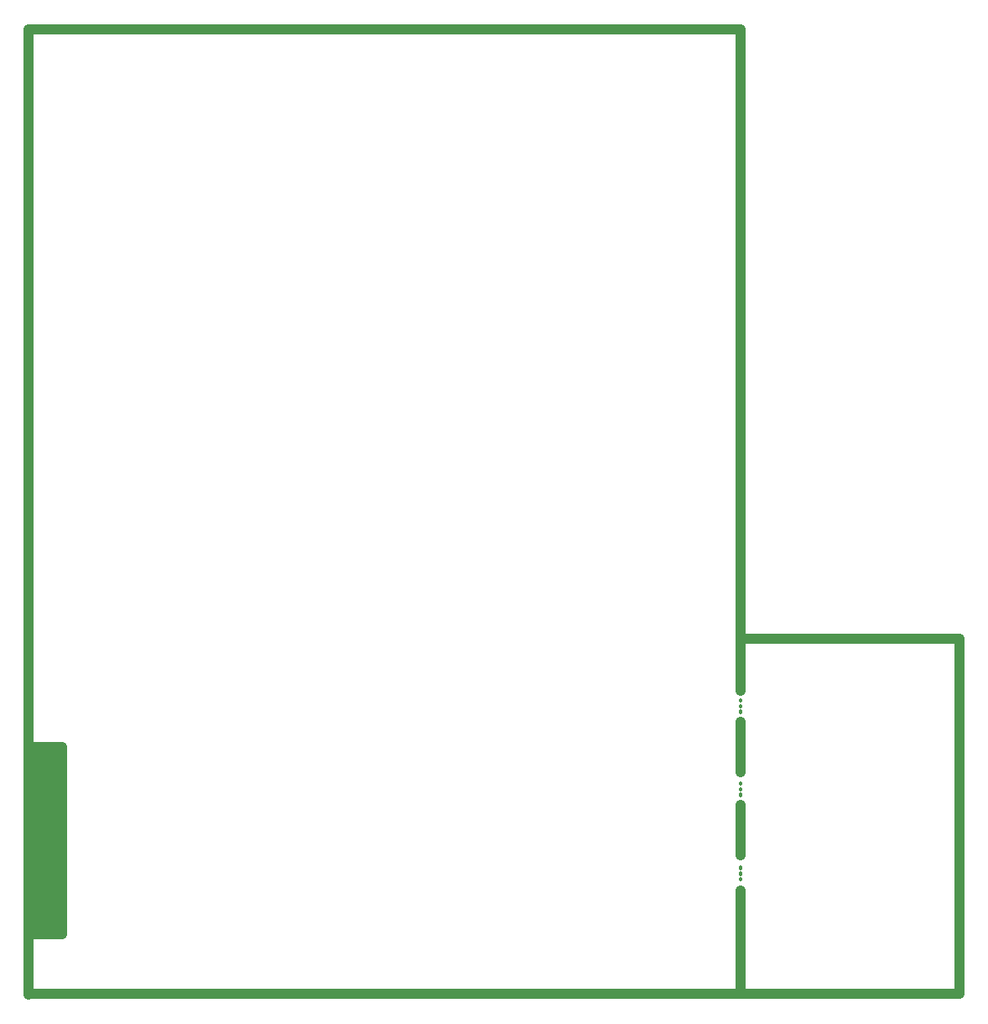
<source format=gko>
G04*
G04 #@! TF.GenerationSoftware,Altium Limited,Altium Designer,21.1.1 (26)*
G04*
G04 Layer_Color=32768*
%FSLAX25Y25*%
%MOIN*%
G70*
G04*
G04 #@! TF.SameCoordinates,D2CF5B13-6A79-4D9C-8E4E-AA6CB0D1C9A8*
G04*
G04*
G04 #@! TF.FilePolarity,Positive*
G04*
G01*
G75*
%ADD18C,0.01181*%
%ADD196C,0.03937*%
D18*
X281000Y43250D02*
Y43750D01*
Y45500D02*
Y46000D01*
Y47750D02*
Y48250D01*
Y45500D02*
Y46000D01*
Y79000D02*
Y79500D01*
Y81250D02*
Y81750D01*
Y79000D02*
Y79500D01*
Y76750D02*
Y77250D01*
Y109750D02*
Y110250D01*
Y112000D02*
Y112500D01*
Y114250D02*
Y114750D01*
Y112000D02*
Y112500D01*
D196*
X8400Y21850D02*
Y95950D01*
X0Y21800D02*
Y95900D01*
X3450D01*
Y21800D02*
Y95900D01*
Y21800D02*
X6200D01*
Y95900D01*
X4331D02*
X6200D01*
X-1700Y21800D02*
X11200D01*
Y95900D01*
X-2000D02*
X11200D01*
X-1900Y-2000D02*
X281000Y-2000D01*
X-2000Y380854D02*
X-2000Y-2300D01*
X-1900Y381200D02*
X280454Y381200D01*
X280983Y381100D02*
X280983Y137192D01*
X281000Y-2000D02*
Y10500D01*
Y39000D01*
Y-2000D02*
X368000D01*
Y139000D01*
X281000D02*
X368000D01*
X281000Y65500D02*
Y73000D01*
Y53000D02*
Y65500D01*
Y86000D02*
Y98500D01*
Y106000D01*
Y131000D02*
Y139000D01*
Y118500D02*
Y131000D01*
M02*

</source>
